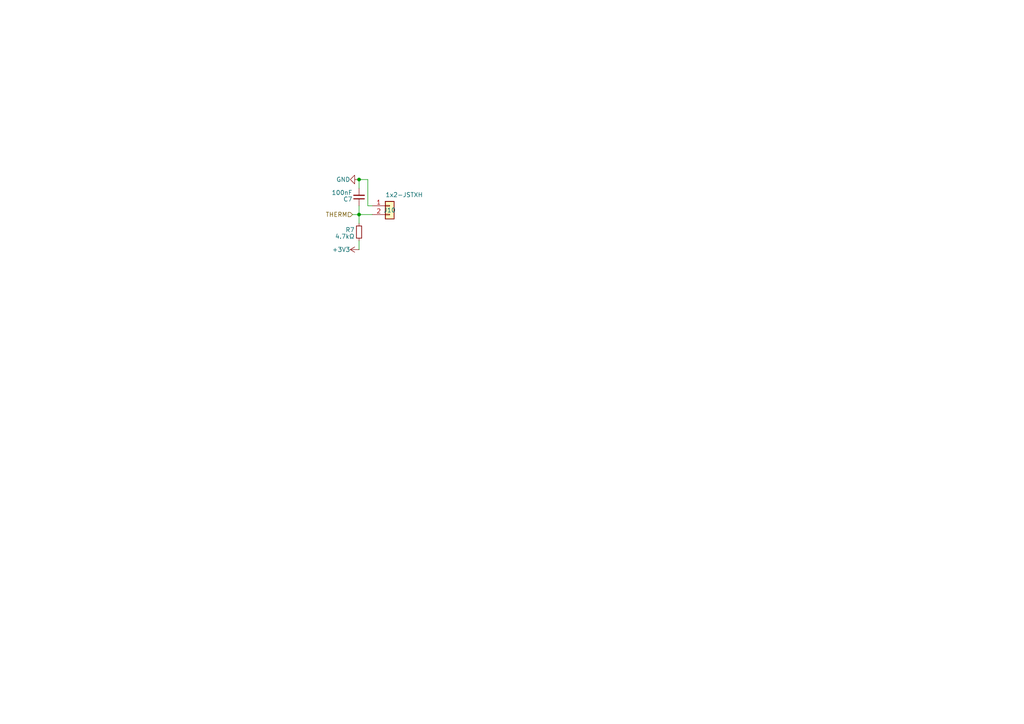
<source format=kicad_sch>
(kicad_sch (version 20250114) (generator "eeschema") (generator_version "9.0")
  (paper "A4")
  (lib_symbols
    (symbol "Connector_Generic:Conn_01x02" (pin_names (offset 1.016) (hide yes))
      (property "Reference" "J" (at 0 2.54 0))
      (property "Value" "Conn_01x02" (at 0 -5.08 0))
      (symbol "Conn_01x02_1_1"
        (rectangle (start -1.27 1.27) (end 1.27 -3.81) (stroke (width 0.254)) (fill (type background)))
        (rectangle (start -1.27 0.127) (end 0 -0.127) (stroke (width 0.1524)))
        (rectangle (start -1.27 -2.413) (end 0 -2.667) (stroke (width 0.1524)))
        (pin passive line (at -5.08 0 0) (length 3.81) (name "Pin_1") (number "1"))
        (pin passive line (at -5.08 -2.54 0) (length 3.81) (name "Pin_2") (number "2"))
      )
    )
    (symbol "Device:C_Small" (pin_numbers (hide yes)) (pin_names (offset 0.254) (hide yes))
      (property "Reference" "C" (at 0.254 1.778 0))
      (property "Value" "C_Small" (at 0.254 -2.032 0))
      (symbol "C_Small_0_1"
        (polyline (pts (xy -1.524 0.508) (xy 1.524 0.508)) (stroke (width 0.3048)))
        (polyline (pts (xy -1.524 -0.508) (xy 1.524 -0.508)) (stroke (width 0.3302)))
      )
      (symbol "C_Small_1_1"
        (pin passive line (at 0 2.54 270) (length 2.032) (name "~") (number "1"))
        (pin passive line (at 0 -2.54 90) (length 2.032) (name "~") (number "2"))
      )
    )
    (symbol "Device:R_Small" (pin_numbers (hide yes)) (pin_names (offset 0.254) (hide yes))
      (property "Reference" "R" (at 0.762 0.508 0))
      (property "Value" "R_Small" (at 0.762 -1.016 0))
      (symbol "R_Small_0_1"
        (rectangle (start -0.762 1.778) (end 0.762 -1.778) (stroke (width 0.2032)))
      )
      (symbol "R_Small_1_1"
        (pin passive line (at 0 2.54 270) (length 0.762) (name "~") (number "1"))
        (pin passive line (at 0 -2.54 90) (length 0.762) (name "~") (number "2"))
      )
    )
    (symbol "power:+3V3" (power) (pin_numbers (hide yes)) (pin_names (offset 0) (hide yes))
      (property "Value" "+3V3" (at 0 3.556 0))
      (symbol "+3V3_0_1"
        (polyline (pts (xy -0.762 1.27) (xy 0 2.54)))
        (polyline (pts (xy 0 2.54) (xy 0.762 1.27)))
        (polyline (pts (xy 0 0) (xy 0 2.54)))
      )
      (symbol "+3V3_1_1"
        (pin power_in line (at 0 0 90) (length 0) (name "~") (number "1"))
      )
    )
    (symbol "power:GND" (power) (pin_numbers (hide yes)) (pin_names (offset 0) (hide yes))
      (property "Value" "GND" (at 0 -3.81 0))
      (symbol "GND_0_1"
        (polyline (pts (xy 0 0) (xy 0 -1.27) (xy 1.27 -1.27) (xy 0 -2.54) (xy -1.27 -1.27) (xy 0 -1.27)))
      )
      (symbol "GND_1_1"
        (pin power_in line (at 0 0 270) (length 0) (name "~") (number "1"))
      )
    )
  )
  (junction (at 104.14 62.23))
  (junction (at 104.14 52.07))
  (wire (pts (xy 104.14 59.69) (xy 104.14 62.23)))
  (wire (pts (xy 102.235 62.23) (xy 104.14 62.23)))
  (wire (pts (xy 104.14 52.07) (xy 104.14 54.61)))
  (wire (pts (xy 104.14 52.07) (xy 106.68 52.07)))
  (wire (pts (xy 106.68 59.69) (xy 107.95 59.69)))
  (wire (pts (xy 104.14 62.23) (xy 104.14 64.77)))
  (wire (pts (xy 104.14 62.23) (xy 107.95 62.23)))
  (wire (pts (xy 106.68 52.07) (xy 106.68 59.69)))
  (wire (pts (xy 104.14 69.85) (xy 104.14 72.39)))
  (hierarchical_label "THERM" (shape input) (at 102.235 62.23 180))
  (symbol (lib_id "power:GND") (at 104.14 52.07 270) (unit 1)
    (property "Reference" "#PWR09" (effects (hide yes)))
    (property "Value" "GND" (at 101.6 52.07 90) (effects (justify right)))
    (property "Description" "Power symbol creates a global label with name \"GND\" , ground" (effects (hide yes)))
    (instances (project "ThermEX10-Stack" (path "" (reference "#PWR016") (unit 1)) (path "" (reference "#PWR04") (unit 1)) (path "" (reference "#PWR018") (unit 1)) (path "" (reference "#PWR07") (unit 1)) (path "" (reference "#PWR022") (unit 1)) (path "" (reference "#PWR010") (unit 1)) (path "" (reference "#PWR012") (unit 1)) (path "" (reference "#PWR019") (unit 1)) (path "" (reference "#PWR014") (unit 1)) (path "" (reference "#PWR09") (unit 1))))
  )
  (symbol (lib_id "Device:C_Small") (at 104.14 57.15 180) (unit 1)
    (property "Reference" "C2" (at 102.235 57.785 0) (effects (justify left)))
    (property "Value" "100nF" (at 102.235 55.88 0) (effects (justify left)))
    (property "Footprint" "Capacitor_SMD:C_0603_1608Metric" (effects (hide yes)))
    (property "Description" "10v X7R MLCC" (effects (hide yes)))
    (property "LCSC" " C14663" (effects (hide yes)))
    (instances (project "ThermEX10-Stack" (path "" (reference "C7") (unit 1)) (path "" (reference "C1") (unit 1)) (path "" (reference "C8") (unit 1)) (path "" (reference "C3") (unit 1)) (path "" (reference "C10") (unit 1)) (path "" (reference "C4") (unit 1)) (path "" (reference "C5") (unit 1)) (path "" (reference "C9") (unit 1)) (path "" (reference "C6") (unit 1)) (path "" (reference "C2") (unit 1))))
  )
  (symbol (lib_id "power:+3V3") (at 104.14 72.39 90) (unit 1)
    (property "Reference" "#PWR020" (effects (hide yes)))
    (property "Value" "+3V3" (at 101.6 72.39 90) (effects (justify left)))
    (property "Description" "Power symbol creates a global label with name \"+3V3\"" (effects (hide yes)))
    (instances (project "ThermEX10-Stack" (path "" (reference "#PWR017") (unit 1)) (path "" (reference "#PWR06") (unit 1)) (path "" (reference "#PWR025") (unit 1)) (path "" (reference "#PWR08") (unit 1)) (path "" (reference "#PWR024") (unit 1)) (path "" (reference "#PWR011") (unit 1)) (path "" (reference "#PWR013") (unit 1)) (path "" (reference "#PWR021") (unit 1)) (path "" (reference "#PWR015") (unit 1)) (path "" (reference "#PWR020") (unit 1))))
  )
  (symbol (lib_id "Connector_Generic:Conn_01x02") (at 113.03 59.69 0) (unit 1)
    (property "Reference" "J12" (at 113.03 60.96 0))
    (property "Value" "1x2-JSTXH" (at 111.76 56.515 0) (effects (justify left)))
    (property "Footprint" "CustomFootprints:JST-XH_1x02-V ~ Custom" (effects (hide yes)))
    (property "Description" "Generic connector, single row, 01x02, script generated (kicad-library-utils/schlib/autogen/connector/)" (effects (hide yes)))
    (property "LCSC" "C5160911" (effects (hide yes)))
    (instances (project "ThermEX10-Stack" (path "" (reference "J10") (unit 1)) (path "" (reference "J4") (unit 1)) (path "" (reference "J8") (unit 1)) (path "" (reference "J5") (unit 1)) (path "" (reference "J13") (unit 1)) (path "" (reference "J6") (unit 1)) (path "" (reference "J7") (unit 1)) (path "" (reference "J11") (unit 1)) (path "" (reference "J9") (unit 1)) (path "" (reference "J12") (unit 1))))
  )
  (symbol (lib_id "Device:R_Small") (at 104.14 67.31 180) (unit 1)
    (property "Reference" "R6" (at 102.87 66.675 0) (effects (justify left)))
    (property "Value" "4.7kΩ" (at 102.87 68.58 0) (effects (justify left)))
    (property "Footprint" "Resistor_SMD:R_0603_1608Metric" (effects (hide yes)))
    (property "Description" "Resistor, small symbol" (effects (hide yes)))
    (property "LCSC" "C23162" (effects (hide yes)))
    (instances (project "ThermEX10-Stack" (path "" (reference "R7") (unit 1)) (path "" (reference "R1") (unit 1)) (path "" (reference "R9") (unit 1)) (path "" (reference "R2") (unit 1)) (path "" (reference "R10") (unit 1)) (path "" (reference "R3") (unit 1)) (path "" (reference "R4") (unit 1)) (path "" (reference "R8") (unit 1)) (path "" (reference "R5") (unit 1)) (path "" (reference "R6") (unit 1))))
  )
)
</source>
